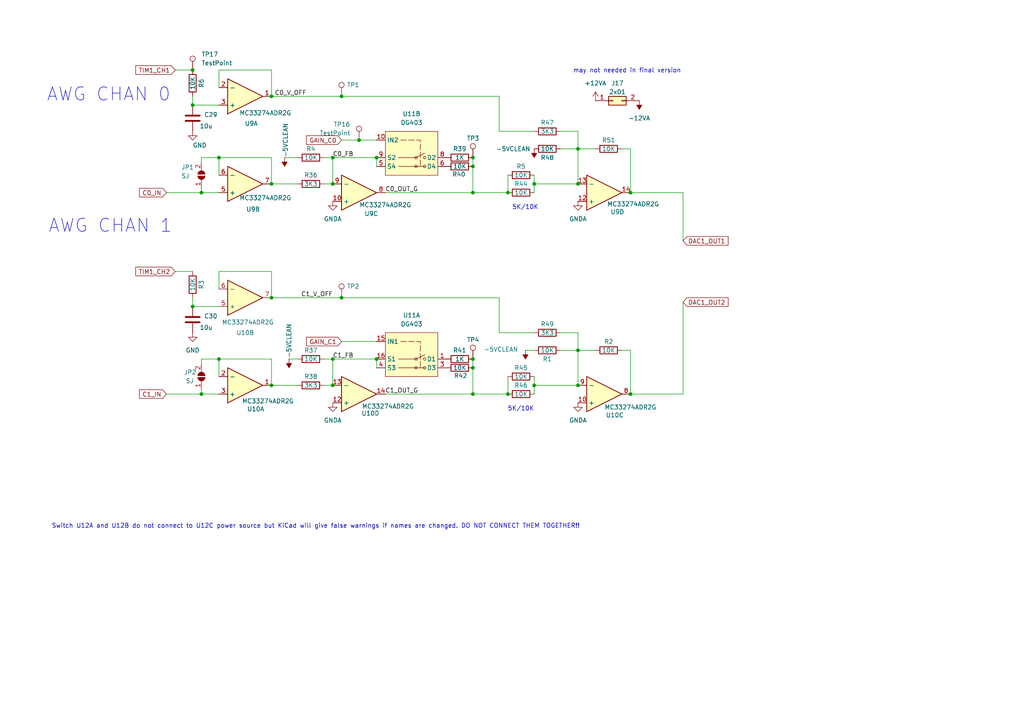
<source format=kicad_sch>
(kicad_sch (version 20250114) (generator "eeschema") (generator_version "9.0")
  (paper "A4")
  (lib_symbols
    (symbol "-5V_1" (power) (pin_numbers (hide yes)) (pin_names (offset 0) (hide yes))
      (property "Value" "-5V" (at 0 3.556 0))
      (symbol "-5V_1_0_0"
        (pin power_in line (at 0 0 90) (length 0) (name "~") (number "1"))
      )
      (symbol "-5V_1_0_1"
        (polyline (pts (xy 0 0) (xy 0 1.27) (xy 0.762 1.27) (xy 0 2.54) (xy -0.762 1.27) (xy 0 1.27)) (fill (type outline)))
      )
    )
    (symbol "-5V_2" (power) (pin_numbers (hide yes)) (pin_names (offset 0) (hide yes))
      (property "Value" "-5V" (at 0 3.556 0))
      (symbol "-5V_2_0_0"
        (pin power_in line (at 0 0 90) (length 0) (name "~") (number "1"))
      )
      (symbol "-5V_2_0_1"
        (polyline (pts (xy 0 0) (xy 0 1.27) (xy 0.762 1.27) (xy 0 2.54) (xy -0.762 1.27) (xy 0 1.27)) (fill (type outline)))
      )
    )
    (symbol "Connector:TestPoint" (pin_numbers (hide yes)) (pin_names (offset 0.762) (hide yes))
      (property "Reference" "TP" (at 0 6.858 0))
      (property "Value" "TestPoint" (at 0 5.08 0))
      (symbol "TestPoint_0_1"
        (circle (center 0 3.302) (radius 0.762))
      )
      (symbol "TestPoint_1_1"
        (pin passive line (at 0 0 90) (length 2.54) (name "1") (number "1"))
      )
    )
    (symbol "Connector_Generic:Conn_02x01" (pin_names (offset 1.016) (hide yes))
      (property "Reference" "J" (at 1.27 2.54 0))
      (property "Value" "Conn_02x01" (at 1.27 -2.54 0))
      (symbol "Conn_02x01_1_1"
        (rectangle (start -1.27 1.27) (end 3.81 -1.27) (stroke (width 0.254)) (fill (type background)))
        (rectangle (start -1.27 0.127) (end 0 -0.127) (stroke (width 0.1524)))
        (rectangle (start 3.81 0.127) (end 2.54 -0.127) (stroke (width 0.1524)))
        (pin passive line (at -5.08 0 0) (length 3.81) (name "Pin_1") (number "1"))
        (pin passive line (at 7.62 0 180) (length 3.81) (name "Pin_2") (number "2"))
      )
    )
    (symbol "Device:C" (pin_numbers (hide yes)) (pin_names (offset 0.254))
      (property "Reference" "C" (at 0.635 2.54 0))
      (property "Value" "C" (at 0.635 -2.54 0))
      (symbol "C_0_1"
        (polyline (pts (xy -2.032 0.762) (xy 2.032 0.762)) (stroke (width 0.508)))
        (polyline (pts (xy -2.032 -0.762) (xy 2.032 -0.762)) (stroke (width 0.508)))
      )
      (symbol "C_1_1"
        (pin passive line (at 0 3.81 270) (length 2.794) (name "~") (number "1"))
        (pin passive line (at 0 -3.81 90) (length 2.794) (name "~") (number "2"))
      )
    )
    (symbol "Device:Opamp_Quad"
      (property "Reference" "U" (at 0 5.08 0))
      (property "Value" "Opamp_Quad" (at 0 -5.08 0))
      (symbol "Opamp_Quad_1_1"
        (polyline (pts (xy -5.08 5.08) (xy 5.08 0) (xy -5.08 -5.08) (xy -5.08 5.08)) (stroke (width 0.254)) (fill (type background)))
        (pin input line (at -7.62 2.54 0) (length 2.54) (name "+") (number "3"))
        (pin input line (at -7.62 -2.54 0) (length 2.54) (name "-") (number "2"))
        (pin output line (at 7.62 0 180) (length 2.54) (name "~") (number "1"))
      )
      (symbol "Opamp_Quad_2_1"
        (polyline (pts (xy -5.08 5.08) (xy 5.08 0) (xy -5.08 -5.08) (xy -5.08 5.08)) (stroke (width 0.254)) (fill (type background)))
        (pin input line (at -7.62 2.54 0) (length 2.54) (name "+") (number "5"))
        (pin input line (at -7.62 -2.54 0) (length 2.54) (name "-") (number "6"))
        (pin output line (at 7.62 0 180) (length 2.54) (name "~") (number "7"))
      )
      (symbol "Opamp_Quad_3_1"
        (polyline (pts (xy -5.08 5.08) (xy 5.08 0) (xy -5.08 -5.08) (xy -5.08 5.08)) (stroke (width 0.254)) (fill (type background)))
        (pin input line (at -7.62 2.54 0) (length 2.54) (name "+") (number "10"))
        (pin input line (at -7.62 -2.54 0) (length 2.54) (name "-") (number "9"))
        (pin output line (at 7.62 0 180) (length 2.54) (name "~") (number "8"))
      )
      (symbol "Opamp_Quad_4_1"
        (polyline (pts (xy -5.08 5.08) (xy 5.08 0) (xy -5.08 -5.08) (xy -5.08 5.08)) (stroke (width 0.254)) (fill (type background)))
        (pin input line (at -7.62 2.54 0) (length 2.54) (name "+") (number "12"))
        (pin input line (at -7.62 -2.54 0) (length 2.54) (name "-") (number "13"))
        (pin output line (at 7.62 0 180) (length 2.54) (name "~") (number "14"))
      )
      (symbol "Opamp_Quad_5_1"
        (pin power_in line (at -2.54 7.62 270) (length 3.81) (name "V+") (number "4"))
        (pin power_in line (at -2.54 -7.62 90) (length 3.81) (name "V-") (number "11"))
      )
    )
    (symbol "Device:R" (pin_numbers (hide yes)) (pin_names (offset 0))
      (property "Reference" "R" (at 2.032 0 90))
      (property "Value" "R" (at 0 0 90))
      (symbol "R_0_1"
        (rectangle (start -1.016 -2.54) (end 1.016 2.54) (stroke (width 0.254)))
      )
      (symbol "R_1_1"
        (pin passive line (at 0 3.81 270) (length 1.27) (name "~") (number "1"))
        (pin passive line (at 0 -3.81 90) (length 1.27) (name "~") (number "2"))
      )
    )
    (symbol "Jumper:SolderJumper_2_Open" (pin_names (offset 0) (hide yes))
      (property "Reference" "JP" (at 0 2.032 0))
      (property "Value" "SolderJumper_2_Open" (at 0 -2.54 0))
      (symbol "SolderJumper_2_Open_0_1"
        (polyline (pts (xy -0.254 1.016) (xy -0.254 -1.016)))
        (arc (start -0.254 -1.016) (mid -1.2656 0) (end -0.254 1.016))
        (arc (start -0.254 -1.016) (mid -1.2656 0) (end -0.254 1.016) (fill (type outline)))
        (arc (start 0.254 1.016) (mid 1.2656 0) (end 0.254 -1.016))
        (arc (start 0.254 1.016) (mid 1.2656 0) (end 0.254 -1.016) (fill (type outline)))
        (polyline (pts (xy 0.254 1.016) (xy 0.254 -1.016)))
      )
      (symbol "SolderJumper_2_Open_1_1"
        (pin passive line (at -3.81 0 0) (length 2.54) (name "A") (number "1"))
        (pin passive line (at 3.81 0 180) (length 2.54) (name "B") (number "2"))
      )
    )
    (symbol "SolderJumper_2_Open_1" (pin_names (offset 0) (hide yes))
      (property "Reference" "JP" (at 0 2.032 0))
      (property "Value" "SolderJumper_2_Open" (at 0 -2.54 0))
      (symbol "SolderJumper_2_Open_1_0_1"
        (polyline (pts (xy -0.254 1.016) (xy -0.254 -1.016)))
        (arc (start -0.254 -1.016) (mid -1.2656 0) (end -0.254 1.016))
        (arc (start -0.254 -1.016) (mid -1.2656 0) (end -0.254 1.016) (fill (type outline)))
        (arc (start 0.254 1.016) (mid 1.2656 0) (end 0.254 -1.016))
        (arc (start 0.254 1.016) (mid 1.2656 0) (end 0.254 -1.016) (fill (type outline)))
        (polyline (pts (xy 0.254 1.016) (xy 0.254 -1.016)))
      )
      (symbol "SolderJumper_2_Open_1_1_1"
        (pin passive line (at -3.81 0 0) (length 2.54) (name "A") (number "1"))
        (pin passive line (at 3.81 0 180) (length 2.54) (name "B") (number "2"))
      )
    )
    (symbol "USBLabTool:DG403"
      (property "Reference" "U" (at -1.905 1.27 0))
      (property "Value" "DG403" (at -1.27 -0.635 0))
      (symbol "DG403_1_1"
        (rectangle (start -17.78 -2.54) (end -2.54 -15.24) (fill (type background)))
        (polyline (pts (xy -13.97 -10.16) (xy -8.89 -10.16)))
        (polyline (pts (xy -13.97 -12.7) (xy -8.89 -12.7)))
        (polyline (pts (xy -13.335 -5.08) (xy -7.62 -5.08) (xy -7.62 -12.7)) (stroke (width 0) (type dash)))
        (circle (center -8.89 -10.16) (radius 0.3592))
        (polyline (pts (xy -8.89 -10.16) (xy -6.35 -8.89)))
        (circle (center -8.89 -12.7) (radius 0.3592))
        (polyline (pts (xy -8.89 -12.7) (xy -6.35 -12.7)))
        (circle (center -6.35 -10.16) (radius 0.3592))
        (circle (center -6.35 -12.7) (radius 0.3592))
        (pin input line (at -20.32 -5.08 0) (length 2.54) (name "IN1") (number "15"))
        (pin input line (at -20.32 -10.16 0) (length 2.54) (name "S1") (number "16"))
        (pin input line (at -20.32 -12.7 0) (length 2.54) (name "S3") (number "4"))
        (pin input line (at 0 -10.16 180) (length 2.54) (name "D1") (number "1"))
        (pin input line (at 0 -12.7 180) (length 2.54) (name "D3") (number "3"))
      )
      (symbol "DG403_2_1"
        (rectangle (start -7.62 -2.54) (end 7.62 -15.24) (fill (type background)))
        (polyline (pts (xy -3.81 -10.16) (xy 1.27 -10.16)))
        (polyline (pts (xy -3.81 -12.7) (xy 1.27 -12.7)))
        (polyline (pts (xy -3.175 -5.08) (xy 2.54 -5.08) (xy 2.54 -12.7)) (stroke (width 0) (type dash)))
        (polyline (pts (xy 1.27 -10.16) (xy 3.81 -8.89)))
        (circle (center 1.27 -10.16) (radius 0.3592))
        (polyline (pts (xy 1.27 -12.7) (xy 3.81 -12.7)))
        (circle (center 1.27 -12.7) (radius 0.3592))
        (circle (center 3.81 -10.16) (radius 0.3592))
        (circle (center 3.81 -12.7) (radius 0.3592))
        (pin input line (at -10.16 -5.08 0) (length 2.54) (name "IN2") (number "10"))
        (pin input line (at -10.16 -10.16 0) (length 2.54) (name "S2") (number "9"))
        (pin input line (at -10.16 -12.7 0) (length 2.54) (name "S4") (number "5"))
        (pin input line (at 10.16 -10.16 180) (length 2.54) (name "D2") (number "8"))
        (pin input line (at 10.16 -12.7 180) (length 2.54) (name "D4") (number "6"))
      )
      (symbol "DG403_3_0"
        (pin no_connect line (at -10.16 -12.7 0) (length 2.54) (hide yes) (name "NC") (number "7"))
        (pin no_connect line (at 7.62 -12.7 180) (length 2.54) (hide yes) (name "NC") (number "2"))
      )
      (symbol "DG403_3_1"
        (rectangle (start -7.62 -7.62) (end 5.08 -17.78) (fill (type background)))
        (pin power_in line (at -5.08 -5.08 270) (length 2.54) (name "VL") (number "12"))
        (pin power_in line (at -5.08 -20.32 90) (length 2.54) (name "GND") (number "13"))
        (pin power_in line (at 2.54 -5.08 270) (length 2.54) (name "V+") (number "11"))
        (pin power_in line (at 2.54 -20.32 90) (length 2.54) (name "V-") (number "14"))
      )
    )
    (symbol "power:+12VA" (power) (pin_numbers (hide yes)) (pin_names (offset 0) (hide yes))
      (property "Value" "+12VA" (at 0 3.556 0))
      (symbol "+12VA_0_1"
        (polyline (pts (xy -0.762 1.27) (xy 0 2.54)))
        (polyline (pts (xy 0 2.54) (xy 0.762 1.27)))
        (polyline (pts (xy 0 0) (xy 0 2.54)))
      )
      (symbol "+12VA_1_1"
        (pin power_in line (at 0 0 90) (length 0) (name "~") (number "1"))
      )
    )
    (symbol "power:-12VA" (power) (pin_numbers (hide yes)) (pin_names (offset 0) (hide yes))
      (property "Value" "-12VA" (at 0 3.556 0))
      (symbol "-12VA_0_0"
        (pin power_in line (at 0 0 90) (length 0) (name "~") (number "1"))
      )
      (symbol "-12VA_0_1"
        (polyline (pts (xy 0 0) (xy 0 1.27) (xy 0.762 1.27) (xy 0 2.54) (xy -0.762 1.27) (xy 0 1.27)) (fill (type outline)))
      )
    )
    (symbol "power:-5V" (power) (pin_numbers (hide yes)) (pin_names (offset 0) (hide yes))
      (property "Value" "-5V" (at 0 3.556 0))
      (symbol "-5V_0_0"
        (pin power_in line (at 0 0 90) (length 0) (name "~") (number "1"))
      )
      (symbol "-5V_0_1"
        (polyline (pts (xy 0 0) (xy 0 1.27) (xy 0.762 1.27) (xy 0 2.54) (xy -0.762 1.27) (xy 0 1.27)) (fill (type outline)))
      )
    )
    (symbol "power:GND" (power) (pin_numbers (hide yes)) (pin_names (offset 0) (hide yes))
      (property "Value" "GND" (at 0 -3.81 0))
      (symbol "GND_0_1"
        (polyline (pts (xy 0 0) (xy 0 -1.27) (xy 1.27 -1.27) (xy 0 -2.54) (xy -1.27 -1.27) (xy 0 -1.27)))
      )
      (symbol "GND_1_1"
        (pin power_in line (at 0 0 270) (length 0) (name "~") (number "1"))
      )
    )
    (symbol "power:GNDA" (power) (pin_numbers (hide yes)) (pin_names (offset 0) (hide yes))
      (property "Value" "GNDA" (at 0 -3.81 0))
      (symbol "GNDA_0_1"
        (polyline (pts (xy 0 0) (xy 0 -1.27) (xy 1.27 -1.27) (xy 0 -2.54) (xy -1.27 -1.27) (xy 0 -1.27)))
      )
      (symbol "GNDA_1_1"
        (pin power_in line (at 0 0 270) (length 0) (name "~") (number "1"))
      )
    )
  )
  (text "AWG CHAN 0" (at 13.462 29.718 0) (effects (font (size 3.81 3.81)) (justify left bottom)))
  (text "AWG CHAN 1" (at 13.97 67.818 0) (effects (font (size 3.81 3.81)) (justify left bottom)))
  (text "5K/10K" (at 154.94 119.38 0) (effects (font (size 1.27 1.27)) (justify right bottom)))
  (text "Switch U12A and U12B do not connect to U12C power source but KiCad will give false warnings if names are changed. DO NOT CONNECT THEM TOGETHER!!" (at 14.986 152.654 0) (effects (font (size 1.27 1.27)) (justify left)))
  (text "5K/10K" (at 156.21 60.96 0) (effects (font (size 1.27 1.27)) (justify right bottom)))
  (text "may not needed in final version" (at 181.864 20.574 0) (effects (font (size 1.27 1.27))))
  (junction (at 137.16 55.88))
  (junction (at 167.64 101.6))
  (junction (at 137.16 104.14))
  (junction (at 63.5 45.72))
  (junction (at 167.64 111.76))
  (junction (at 96.52 111.76))
  (junction (at 63.5 104.14))
  (junction (at 154.94 53.34))
  (junction (at 78.74 53.34))
  (junction (at 55.88 30.48))
  (junction (at 137.16 114.3))
  (junction (at 137.16 48.26))
  (junction (at 78.74 86.36))
  (junction (at 137.16 106.68))
  (junction (at 55.88 88.9))
  (junction (at 58.42 114.3))
  (junction (at 99.06 86.36))
  (junction (at 109.22 45.72))
  (junction (at 96.52 104.14))
  (junction (at 104.14 40.64))
  (junction (at 58.42 55.88))
  (junction (at 99.06 27.94))
  (junction (at 96.52 45.72))
  (junction (at 109.22 104.14))
  (junction (at 167.64 53.34))
  (junction (at 182.88 114.3))
  (junction (at 78.74 111.76))
  (junction (at 55.88 20.32))
  (junction (at 167.64 43.18))
  (junction (at 137.16 45.72))
  (junction (at 182.88 55.88))
  (junction (at 147.32 55.88))
  (junction (at 78.74 27.94))
  (junction (at 96.52 53.34))
  (junction (at 147.32 114.3))
  (junction (at 154.94 111.76))
  (wire (pts (xy 180.34 101.6) (xy 182.88 101.6)))
  (wire (pts (xy 63.5 45.72) (xy 78.74 45.72)))
  (wire (pts (xy 137.16 55.88) (xy 147.32 55.88)))
  (wire (pts (xy 182.88 101.6) (xy 182.88 114.3)))
  (wire (pts (xy 48.26 114.3) (xy 58.42 114.3)))
  (wire (pts (xy 58.42 45.72) (xy 58.42 46.99)))
  (wire (pts (xy 167.64 101.6) (xy 172.72 101.6)))
  (wire (pts (xy 137.16 114.3) (xy 147.32 114.3)))
  (wire (pts (xy 78.74 104.14) (xy 78.74 111.76)))
  (wire (pts (xy 93.98 53.34) (xy 96.52 53.34)))
  (wire (pts (xy 154.94 50.8) (xy 154.94 53.34)))
  (wire (pts (xy 63.5 50.8) (xy 63.5 45.72)))
  (wire (pts (xy 182.88 43.18) (xy 182.88 55.88)))
  (wire (pts (xy 99.06 86.36) (xy 144.78 86.36)))
  (wire (pts (xy 111.76 55.88) (xy 137.16 55.88)))
  (wire (pts (xy 111.76 114.3) (xy 137.16 114.3)))
  (wire (pts (xy 96.52 104.14) (xy 96.52 111.76)))
  (wire (pts (xy 147.32 109.22) (xy 147.32 114.3)))
  (wire (pts (xy 50.8 20.32) (xy 55.88 20.32)))
  (wire (pts (xy 144.78 96.52) (xy 154.94 96.52)))
  (wire (pts (xy 162.56 96.52) (xy 167.64 96.52)))
  (wire (pts (xy 63.5 109.22) (xy 63.5 104.14)))
  (wire (pts (xy 58.42 55.88) (xy 63.5 55.88)))
  (wire (pts (xy 78.74 78.74) (xy 78.74 86.36)))
  (wire (pts (xy 63.5 25.4) (xy 63.5 20.32)))
  (wire (pts (xy 99.06 40.64) (xy 104.14 40.64)))
  (wire (pts (xy 137.16 45.72) (xy 137.16 48.26)))
  (wire (pts (xy 55.88 30.48) (xy 63.5 30.48)))
  (wire (pts (xy 82.55 45.72) (xy 86.36 45.72)))
  (wire (pts (xy 55.88 88.9) (xy 63.5 88.9)))
  (wire (pts (xy 63.5 83.82) (xy 63.5 78.74)))
  (wire (pts (xy 83.82 104.14) (xy 86.36 104.14)))
  (wire (pts (xy 78.74 27.94) (xy 99.06 27.94)))
  (wire (pts (xy 78.74 86.36) (xy 99.06 86.36)))
  (wire (pts (xy 99.06 99.06) (xy 109.22 99.06)))
  (wire (pts (xy 63.5 104.14) (xy 78.74 104.14)))
  (wire (pts (xy 162.56 38.1) (xy 167.64 38.1)))
  (wire (pts (xy 167.64 96.52) (xy 167.64 101.6)))
  (wire (pts (xy 167.64 38.1) (xy 167.64 43.18)))
  (wire (pts (xy 58.42 114.3) (xy 63.5 114.3)))
  (wire (pts (xy 167.64 43.18) (xy 167.64 53.34)))
  (wire (pts (xy 55.88 27.94) (xy 55.88 30.48)))
  (wire (pts (xy 182.88 55.88) (xy 198.12 55.88)))
  (wire (pts (xy 63.5 78.74) (xy 78.74 78.74)))
  (wire (pts (xy 58.42 54.61) (xy 58.42 55.88)))
  (wire (pts (xy 144.78 86.36) (xy 144.78 96.52)))
  (wire (pts (xy 63.5 20.32) (xy 78.74 20.32)))
  (wire (pts (xy 50.8 78.74) (xy 55.88 78.74)))
  (wire (pts (xy 96.52 45.72) (xy 96.52 53.34)))
  (wire (pts (xy 96.52 104.14) (xy 109.22 104.14)))
  (wire (pts (xy 137.16 104.14) (xy 137.16 106.68)))
  (wire (pts (xy 147.32 50.8) (xy 147.32 55.88)))
  (wire (pts (xy 58.42 104.14) (xy 63.5 104.14)))
  (wire (pts (xy 48.26 55.88) (xy 58.42 55.88)))
  (wire (pts (xy 78.74 45.72) (xy 78.74 53.34)))
  (wire (pts (xy 167.64 43.18) (xy 172.72 43.18)))
  (wire (pts (xy 104.14 40.64) (xy 109.22 40.64)))
  (wire (pts (xy 198.12 87.63) (xy 198.12 114.3)))
  (wire (pts (xy 96.52 45.72) (xy 109.22 45.72)))
  (wire (pts (xy 99.06 27.94) (xy 144.78 27.94)))
  (wire (pts (xy 78.74 111.76) (xy 86.36 111.76)))
  (wire (pts (xy 93.98 111.76) (xy 96.52 111.76)))
  (wire (pts (xy 154.94 109.22) (xy 154.94 111.76)))
  (wire (pts (xy 144.78 27.94) (xy 144.78 38.1)))
  (wire (pts (xy 93.98 45.72) (xy 96.52 45.72)))
  (wire (pts (xy 167.64 43.18) (xy 162.56 43.18)))
  (wire (pts (xy 78.74 20.32) (xy 78.74 27.94)))
  (wire (pts (xy 198.12 55.88) (xy 198.12 69.85)))
  (wire (pts (xy 167.64 111.76) (xy 154.94 111.76)))
  (wire (pts (xy 137.16 106.68) (xy 137.16 114.3)))
  (wire (pts (xy 167.64 101.6) (xy 162.56 101.6)))
  (wire (pts (xy 78.74 53.34) (xy 86.36 53.34)))
  (wire (pts (xy 58.42 104.14) (xy 58.42 105.41)))
  (wire (pts (xy 154.94 53.34) (xy 154.94 55.88)))
  (wire (pts (xy 144.78 38.1) (xy 154.94 38.1)))
  (wire (pts (xy 93.98 104.14) (xy 96.52 104.14)))
  (wire (pts (xy 154.94 111.76) (xy 154.94 114.3)))
  (wire (pts (xy 109.22 104.14) (xy 109.22 106.68)))
  (wire (pts (xy 109.22 45.72) (xy 109.22 48.26)))
  (wire (pts (xy 180.34 43.18) (xy 182.88 43.18)))
  (wire (pts (xy 58.42 45.72) (xy 63.5 45.72)))
  (wire (pts (xy 167.64 111.76) (xy 167.64 101.6)))
  (wire (pts (xy 58.42 113.03) (xy 58.42 114.3)))
  (wire (pts (xy 154.94 53.34) (xy 167.64 53.34)))
  (wire (pts (xy 137.16 48.26) (xy 137.16 55.88)))
  (wire (pts (xy 182.88 114.3) (xy 198.12 114.3)))
  (wire (pts (xy 55.88 86.36) (xy 55.88 88.9)))
  (wire (pts (xy 152.4 101.6) (xy 154.94 101.6)))
  (label "C0_OUT_G" (at 111.76 55.88 0))
  (label "C0_V_OFF" (at 88.9 27.94 180))
  (label "C1_V_OFF" (at 96.52 86.36 180))
  (label "C1_FB" (at 96.52 104.14 0))
  (label "C1_OUT_G" (at 111.76 114.3 0))
  (label "C0_FB" (at 96.52 45.72 0))
  (global_label "TIM1_CH1" (shape input) (at 50.8 20.32 180) (property "Intersheetrefs" "${INTERSHEET_REFS}" (effects (hide yes))))
  (global_label "DAC1_OUT1" (shape input) (at 198.12 69.85 0) (property "Intersheetrefs" "${INTERSHEET_REFS}" (effects (hide yes))))
  (global_label "C1_IN" (shape input) (at 48.26 114.3 180) (property "Intersheetrefs" "${INTERSHEET_REFS}" (effects (hide yes))))
  (global_label "DAC1_OUT2" (shape input) (at 198.12 87.63 0) (property "Intersheetrefs" "${INTERSHEET_REFS}" (effects (hide yes))))
  (global_label "GAIN_C1" (shape input) (at 99.06 99.06 180) (property "Intersheetrefs" "${INTERSHEET_REFS}" (effects (hide yes))))
  (global_label "TIM1_CH2" (shape input) (at 50.8 78.74 180) (property "Intersheetrefs" "${INTERSHEET_REFS}" (effects (hide yes))))
  (global_label "C0_IN" (shape input) (at 48.26 55.88 180) (property "Intersheetrefs" "${INTERSHEET_REFS}" (effects (hide yes))))
  (global_label "GAIN_C0" (shape input) (at 99.06 40.64 180) (property "Intersheetrefs" "${INTERSHEET_REFS}" (effects (hide yes))))
  (symbol (lib_id "Connector:TestPoint") (at 99.06 27.94 0) (unit 1) (in_bom no)
    (property "Reference" "TP1" (at 100.584 24.638 0) (effects (justify left)))
    (property "Value" "TestPoint" (effects (hide yes)))
    (property "Footprint" "TestPoint:TestPoint_Pad_D2.0mm" (effects (hide yes)))
  )
  (symbol (lib_id "Device:Opamp_Quad") (at 175.26 114.3 0) (mirror x) (unit 3)
    (property "Reference" "U10" (at 178.308 120.396 0))
    (property "Value" "MC33274ADR2G" (at 182.88 118.11 0))
    (property "Footprint" "Package_SO:SOIC-14_3.9x8.7mm_P1.27mm" (effects (hide yes)))
    (property "Description" "Quad operational amplifier" (effects (hide yes)))
    (property "Sim.Library" "${KICAD7_SYMBOL_DIR}/Simulation_SPICE.sp" (effects (hide yes)))
    (property "Sim.Name" "kicad_builtin_opamp_quad" (effects (hide yes)))
    (property "Sim.Device" "SUBCKT" (effects (hide yes)))
    (property "Sim.Pins" "1=out1 2=in1- 3=in1+ 4=vcc 5=in2+ 6=in2- 7=out2 8=out3 9=in3- 10=in3+ 11=vee 12=in4+ 13=in4- 14=out4" (effects (hide yes)))
  )
  (symbol (lib_name "SolderJumper_2_Open_1") (lib_id "Jumper:SolderJumper_2_Open") (at 58.42 109.22 90) (unit 1)
    (property "Reference" "JP2" (at 53.34 107.95 90) (effects (justify right)))
    (property "Value" "SJ" (at 53.848 110.49 90) (effects (justify right)))
    (property "Footprint" "Jumper:SolderJumper-2_P1.3mm_Open_RoundedPad1.0x1.5mm" (effects (hide yes)))
  )
  (symbol (lib_id "Jumper:SolderJumper_2_Open") (at 58.42 50.8 90) (unit 1)
    (property "Reference" "JP1" (at 52.578 48.514 90) (effects (justify right)))
    (property "Value" "SJ" (at 52.578 51.054 90) (effects (justify right)))
    (property "Footprint" "Jumper:SolderJumper-2_P1.3mm_Open_RoundedPad1.0x1.5mm" (effects (hide yes)))
  )
  (symbol (lib_name "-5V_2") (lib_id "power:-5V") (at 82.55 45.72 180) (unit 1)
    (property "Reference" "#PWR057" (effects (hide yes)))
    (property "Value" "-5VCLEAN" (at 82.804 40.64 90))
    (property "Description" "Power symbol creates a global label with name \"-5V\"" (effects (hide yes)))
  )
  (symbol (lib_id "Device:Opamp_Quad") (at 175.26 55.88 0) (mirror x) (unit 4)
    (property "Reference" "U9" (at 179.07 61.468 0))
    (property "Value" "MC33274ADR2G" (at 183.642 59.182 0))
    (property "Footprint" "Package_SO:SOIC-14_3.9x8.7mm_P1.27mm" (effects (hide yes)))
    (property "Description" "Quad operational amplifier" (effects (hide yes)))
    (property "Sim.Library" "${KICAD7_SYMBOL_DIR}/Simulation_SPICE.sp" (effects (hide yes)))
    (property "Sim.Name" "kicad_builtin_opamp_quad" (effects (hide yes)))
    (property "Sim.Device" "SUBCKT" (effects (hide yes)))
    (property "Sim.Pins" "1=out1 2=in1- 3=in1+ 4=vcc 5=in2+ 6=in2- 7=out2 8=out3 9=in3- 10=in3+ 11=vee 12=in4+ 13=in4- 14=out4" (effects (hide yes)))
  )
  (symbol (lib_id "Connector:TestPoint") (at 55.88 20.32 0) (unit 1)
    (property "Reference" "TP17" (at 58.42 15.7479 0) (effects (justify left)))
    (property "Value" "TestPoint" (at 58.42 18.2879 0) (effects (justify left)))
    (property "Footprint" "TestPoint:TestPoint_Pad_2.0x2.0mm" (effects (hide yes)))
    (property "Description" "test point" (effects (hide yes)))
  )
  (symbol (lib_id "Device:R") (at 176.53 43.18 90) (unit 1)
    (property "Reference" "R51" (at 176.53 40.64 90))
    (property "Value" "10K" (at 176.53 43.18 90))
    (property "Footprint" "Resistor_SMD:R_0603_1608Metric" (effects (hide yes)))
  )
  (symbol (lib_id "USBLabTool:DG403") (at 119.38 35.56 0) (unit 2)
    (property "Reference" "U11" (at 119.38 33.02 0))
    (property "Value" "DG403" (at 119.38 35.56 0))
    (property "Footprint" "Package_SO:TSSOP-16_4.4x5mm_P0.65mm" (effects (hide yes)))
  )
  (symbol (lib_id "Device:R") (at 90.17 111.76 90) (unit 1)
    (property "Reference" "R38" (at 90.17 109.22 90))
    (property "Value" "3K3" (at 90.17 111.76 90))
    (property "Footprint" "Resistor_SMD:R_0603_1608Metric" (effects (hide yes)))
  )
  (symbol (lib_id "Device:R") (at 90.17 104.14 90) (unit 1)
    (property "Reference" "R37" (at 90.17 101.6 90))
    (property "Value" "10K" (at 90.17 104.14 90))
    (property "Footprint" "Resistor_SMD:R_0603_1608Metric" (effects (hide yes)))
  )
  (symbol (lib_id "power:-12VA") (at 185.42 29.21 180) (unit 1)
    (property "Reference" "#PWR066" (effects (hide yes)))
    (property "Value" "-12VA" (at 185.42 34.29 0))
    (property "Description" "Power symbol creates a global label with name \"-12VA\"" (effects (hide yes)))
  )
  (symbol (lib_id "power:GNDA") (at 96.52 58.42 0) (unit 1)
    (property "Reference" "#PWR059" (effects (hide yes)))
    (property "Value" "GNDA" (at 96.52 63.5 0))
  )
  (symbol (lib_id "Device:R") (at 158.75 96.52 90) (unit 1)
    (property "Reference" "R49" (at 158.75 93.98 90))
    (property "Value" "3K3" (at 158.75 96.52 90))
    (property "Footprint" "Resistor_SMD:R_0603_1608Metric" (effects (hide yes)))
  )
  (symbol (lib_id "Device:Opamp_Quad") (at 104.14 114.3 0) (mirror x) (unit 4)
    (property "Reference" "U10" (at 107.442 119.888 0))
    (property "Value" "MC33274ADR2G" (at 112.522 117.856 0))
    (property "Footprint" "Package_SO:SOIC-14_3.9x8.7mm_P1.27mm" (effects (hide yes)))
    (property "Description" "Quad operational amplifier" (effects (hide yes)))
    (property "Sim.Library" "${KICAD7_SYMBOL_DIR}/Simulation_SPICE.sp" (effects (hide yes)))
    (property "Sim.Name" "kicad_builtin_opamp_quad" (effects (hide yes)))
    (property "Sim.Device" "SUBCKT" (effects (hide yes)))
    (property "Sim.Pins" "1=out1 2=in1- 3=in1+ 4=vcc 5=in2+ 6=in2- 7=out2 8=out3 9=in3- 10=in3+ 11=vee 12=in4+ 13=in4- 14=out4" (effects (hide yes)))
  )
  (symbol (lib_id "Device:R") (at 158.75 43.18 270) (unit 1)
    (property "Reference" "R48" (at 158.75 45.72 90))
    (property "Value" "10K" (at 158.75 43.18 90))
    (property "Footprint" "Resistor_SMD:R_0603_1608Metric" (effects (hide yes)))
  )
  (symbol (lib_id "Device:Opamp_Quad") (at 71.12 53.34 0) (mirror x) (unit 2)
    (property "Reference" "U9" (at 73.406 60.706 0))
    (property "Value" "MC33274ADR2G" (at 76.962 57.404 0))
    (property "Footprint" "Package_SO:SOIC-14_3.9x8.7mm_P1.27mm" (effects (hide yes)))
    (property "Description" "Quad operational amplifier" (effects (hide yes)))
    (property "Sim.Library" "${KICAD7_SYMBOL_DIR}/Simulation_SPICE.sp" (effects (hide yes)))
    (property "Sim.Name" "kicad_builtin_opamp_quad" (effects (hide yes)))
    (property "Sim.Device" "SUBCKT" (effects (hide yes)))
    (property "Sim.Pins" "1=out1 2=in1- 3=in1+ 4=vcc 5=in2+ 6=in2- 7=out2 8=out3 9=in3- 10=in3+ 11=vee 12=in4+ 13=in4- 14=out4" (effects (hide yes)))
  )
  (symbol (lib_id "Device:R") (at 158.75 38.1 90) (unit 1)
    (property "Reference" "R47" (at 158.75 35.56 90))
    (property "Value" "3K3" (at 158.75 38.1 90))
    (property "Footprint" "Resistor_SMD:R_0603_1608Metric" (effects (hide yes)))
    (property "BUY" "https://www.digikey.com/en/products/detail/yageo/RC0603FR-103K3L/13694210" (effects (hide yes)))
  )
  (symbol (lib_id "Device:R") (at 55.88 82.55 0) (unit 1)
    (property "Reference" "R3" (at 58.42 82.55 90))
    (property "Value" "10K" (at 55.88 82.55 90))
    (property "Footprint" "Resistor_SMD:R_0603_1608Metric" (effects (hide yes)))
  )
  (symbol (lib_id "power:-5V") (at 154.94 43.18 180) (unit 1)
    (property "Reference" "#PWR062" (effects (hide yes)))
    (property "Value" "-5VCLEAN" (at 148.844 43.18 0))
    (property "Description" "Power symbol creates a global label with name \"-5V\"" (effects (hide yes)))
  )
  (symbol (lib_id "Device:Opamp_Quad") (at 71.12 27.94 0) (mirror x) (unit 1)
    (property "Reference" "U9" (at 72.898 35.814 0))
    (property "Value" "MC33274ADR2G" (at 76.962 32.766 0))
    (property "Footprint" "Package_SO:SOIC-14_3.9x8.7mm_P1.27mm" (effects (hide yes)))
    (property "Description" "Quad operational amplifier" (effects (hide yes)))
    (property "Sim.Library" "${KICAD7_SYMBOL_DIR}/Simulation_SPICE.sp" (effects (hide yes)))
    (property "Sim.Name" "kicad_builtin_opamp_quad" (effects (hide yes)))
    (property "Sim.Device" "SUBCKT" (effects (hide yes)))
    (property "Sim.Pins" "1=out1 2=in1- 3=in1+ 4=vcc 5=in2+ 6=in2- 7=out2 8=out3 9=in3- 10=in3+ 11=vee 12=in4+ 13=in4- 14=out4" (effects (hide yes)))
  )
  (symbol (lib_id "Device:R") (at 133.35 48.26 90) (unit 1)
    (property "Reference" "R40" (at 133.096 50.546 90))
    (property "Value" "10K" (at 133.35 48.26 90))
    (property "Footprint" "Resistor_SMD:R_0603_1608Metric" (effects (hide yes)))
  )
  (symbol (lib_id "Connector:TestPoint") (at 104.14 40.64 0) (mirror y) (unit 1)
    (property "Reference" "TP16" (at 101.6 36.0679 0) (effects (justify left)))
    (property "Value" "TestPoint" (at 101.6 38.6079 0) (effects (justify left)))
    (property "Footprint" "TestPoint:TestPoint_Pad_2.0x2.0mm" (effects (hide yes)))
    (property "Description" "test point" (effects (hide yes)))
  )
  (symbol (lib_id "power:GNDA") (at 55.88 38.1 0) (unit 1)
    (property "Reference" "#PWR055" (effects (hide yes)))
    (property "Value" "GND" (at 55.88 42.164 0) (effects (justify left)))
  )
  (symbol (lib_id "Device:Opamp_Quad") (at 71.12 111.76 0) (mirror x) (unit 1)
    (property "Reference" "U10" (at 74.168 118.618 0))
    (property "Value" "MC33274ADR2G" (at 77.724 116.332 0))
    (property "Footprint" "Package_SO:SOIC-14_3.9x8.7mm_P1.27mm" (effects (hide yes)))
    (property "Description" "Quad operational amplifier" (effects (hide yes)))
    (property "Sim.Library" "${KICAD7_SYMBOL_DIR}/Simulation_SPICE.sp" (effects (hide yes)))
    (property "Sim.Name" "kicad_builtin_opamp_quad" (effects (hide yes)))
    (property "Sim.Device" "SUBCKT" (effects (hide yes)))
    (property "Sim.Pins" "1=out1 2=in1- 3=in1+ 4=vcc 5=in2+ 6=in2- 7=out2 8=out3 9=in3- 10=in3+ 11=vee 12=in4+ 13=in4- 14=out4" (effects (hide yes)))
  )
  (symbol (lib_id "Device:R") (at 55.88 24.13 0) (unit 1)
    (property "Reference" "R6" (at 58.42 24.13 90))
    (property "Value" "10K" (at 55.88 24.13 90))
    (property "Footprint" "Resistor_SMD:R_0603_1608Metric" (effects (hide yes)))
  )
  (symbol (lib_id "Device:Opamp_Quad") (at 71.12 86.36 0) (mirror x) (unit 2)
    (property "Reference" "U10" (at 71.12 96.52 0))
    (property "Value" "MC33274ADR2G" (at 71.882 93.472 0))
    (property "Footprint" "Package_SO:SOIC-14_3.9x8.7mm_P1.27mm" (effects (hide yes)))
    (property "Description" "Quad operational amplifier" (effects (hide yes)))
    (property "Sim.Library" "${KICAD7_SYMBOL_DIR}/Simulation_SPICE.sp" (effects (hide yes)))
    (property "Sim.Name" "kicad_builtin_opamp_quad" (effects (hide yes)))
    (property "Sim.Device" "SUBCKT" (effects (hide yes)))
    (property "Sim.Pins" "1=out1 2=in1- 3=in1+ 4=vcc 5=in2+ 6=in2- 7=out2 8=out3 9=in3- 10=in3+ 11=vee 12=in4+ 13=in4- 14=out4" (effects (hide yes)))
  )
  (symbol (lib_id "Device:R") (at 158.75 101.6 270) (unit 1)
    (property "Reference" "R1" (at 158.75 104.14 90))
    (property "Value" "10K" (at 158.75 101.6 90))
    (property "Footprint" "Resistor_SMD:R_0603_1608Metric" (effects (hide yes)))
  )
  (symbol (lib_id "Device:R") (at 151.13 55.88 90) (unit 1)
    (property "Reference" "R44" (at 151.13 53.34 90))
    (property "Value" "10K" (at 151.13 55.88 90))
    (property "Footprint" "Resistor_SMD:R_0603_1608Metric" (effects (hide yes)))
    (property "BUY" "asdasd asd asd" (effects (hide yes)))
  )
  (symbol (lib_id "Device:C") (at 55.88 34.29 0) (unit 1)
    (property "Reference" "C29" (at 59.182 33.274 0) (effects (justify left)))
    (property "Value" "10u" (at 57.912 36.576 0) (effects (justify left)))
    (property "Footprint" "Capacitor_SMD:C_0805_2012Metric_Pad1.18x1.45mm_HandSolder" (effects (hide yes)))
  )
  (symbol (lib_id "Device:R") (at 133.35 106.68 270) (mirror x) (unit 1)
    (property "Reference" "R42" (at 133.604 108.966 90))
    (property "Value" "10K" (at 133.35 106.68 90))
    (property "Footprint" "Resistor_SMD:R_0603_1608Metric" (effects (hide yes)))
  )
  (symbol (lib_id "power:GND") (at 55.88 96.52 0) (unit 1)
    (property "Reference" "#PWR056" (effects (hide yes)))
    (property "Value" "GND" (at 55.88 101.6 0))
    (property "Description" "Power symbol creates a global label with name \"GND\" , ground" (effects (hide yes)))
  )
  (symbol (lib_id "power:-5V") (at 83.82 104.14 180) (unit 1)
    (property "Reference" "#PWR058" (effects (hide yes)))
    (property "Value" "-5VCLEAN" (at 83.82 98.806 90))
    (property "Description" "Power symbol creates a global label with name \"-5V\"" (effects (hide yes)))
  )
  (symbol (lib_id "Connector:TestPoint") (at 137.16 45.72 0) (unit 1) (in_bom no)
    (property "Reference" "TP3" (at 135.382 40.132 0) (effects (justify left)))
    (property "Value" "TestPoint" (effects (hide yes)))
    (property "Footprint" "TestPoint:TestPoint_Pad_D2.0mm" (effects (hide yes)))
  )
  (symbol (lib_id "power:GNDA") (at 167.64 116.84 0) (unit 1)
    (property "Reference" "#PWR064" (effects (hide yes)))
    (property "Value" "GNDA" (at 167.64 121.92 0))
  )
  (symbol (lib_id "Device:R") (at 151.13 50.8 270) (mirror x) (unit 1)
    (property "Reference" "R5" (at 151.13 48.26 90))
    (property "Value" "10K" (at 151.13 50.8 90))
    (property "Footprint" "Resistor_SMD:R_0603_1608Metric" (effects (hide yes)))
    (property "BUY" "https://www.digikey.com/en/products/detail/stackpole-electronics-inc/RNCP0603FTD10K0/2240139" (effects (hide yes)))
  )
  (symbol (lib_id "Device:Opamp_Quad") (at 104.14 55.88 0) (mirror x) (unit 3)
    (property "Reference" "U9" (at 107.696 61.976 0))
    (property "Value" "MC33274ADR2G" (at 111.76 59.436 0))
    (property "Footprint" "Package_SO:SOIC-14_3.9x8.7mm_P1.27mm" (effects (hide yes)))
    (property "Description" "Quad operational amplifier" (effects (hide yes)))
    (property "Sim.Library" "${KICAD7_SYMBOL_DIR}/Simulation_SPICE.sp" (effects (hide yes)))
    (property "Sim.Name" "kicad_builtin_opamp_quad" (effects (hide yes)))
    (property "Sim.Device" "SUBCKT" (effects (hide yes)))
    (property "Sim.Pins" "1=out1 2=in1- 3=in1+ 4=vcc 5=in2+ 6=in2- 7=out2 8=out3 9=in3- 10=in3+ 11=vee 12=in4+ 13=in4- 14=out4" (effects (hide yes)))
  )
  (symbol (lib_id "Device:R") (at 133.35 104.14 90) (unit 1)
    (property "Reference" "R41" (at 133.35 101.6 90))
    (property "Value" "1K" (at 133.35 104.14 90))
    (property "Footprint" "Resistor_SMD:R_0603_1608Metric" (effects (hide yes)))
  )
  (symbol (lib_id "power:GNDA") (at 96.52 116.84 0) (unit 1)
    (property "Reference" "#PWR060" (effects (hide yes)))
    (property "Value" "GNDA" (at 96.52 121.92 0))
  )
  (symbol (lib_id "Device:R") (at 90.17 45.72 90) (unit 1)
    (property "Reference" "R4" (at 90.17 43.18 90))
    (property "Value" "10K" (at 90.17 45.72 90))
    (property "Footprint" "Resistor_SMD:R_0603_1608Metric" (effects (hide yes)))
  )
  (symbol (lib_id "Device:C") (at 55.88 92.71 0) (unit 1)
    (property "Reference" "C30" (at 59.182 91.694 0) (effects (justify left)))
    (property "Value" "10u" (at 57.912 94.996 0) (effects (justify left)))
    (property "Footprint" "Capacitor_SMD:C_0805_2012Metric_Pad1.18x1.45mm_HandSolder" (effects (hide yes)))
  )
  (symbol (lib_id "power:+12VA") (at 172.72 29.21 0) (unit 1)
    (property "Reference" "#PWR065" (effects (hide yes)))
    (property "Value" "+12VA" (at 172.72 24.13 0))
    (property "Description" "Power symbol creates a global label with name \"+12VA\"" (effects (hide yes)))
  )
  (symbol (lib_id "Device:R") (at 151.13 109.22 90) (unit 1)
    (property "Reference" "R45" (at 151.13 106.68 90))
    (property "Value" "10K" (at 151.13 109.22 90))
    (property "Footprint" "Resistor_SMD:R_0603_1608Metric" (effects (hide yes)))
  )
  (symbol (lib_id "Device:R") (at 133.35 45.72 90) (unit 1)
    (property "Reference" "R39" (at 133.35 43.18 90))
    (property "Value" "1K" (at 133.35 45.72 90))
    (property "Footprint" "Resistor_SMD:R_0603_1608Metric" (effects (hide yes)))
  )
  (symbol (lib_id "Device:R") (at 176.53 101.6 90) (unit 1)
    (property "Reference" "R2" (at 176.53 99.06 90))
    (property "Value" "10K" (at 176.53 101.6 90))
    (property "Footprint" "Resistor_SMD:R_0603_1608Metric" (effects (hide yes)))
  )
  (symbol (lib_id "Connector_Generic:Conn_02x01") (at 177.8 29.21 0) (unit 1)
    (property "Reference" "J17" (at 179.07 24.13 0))
    (property "Value" "2x01" (at 179.07 26.67 0))
    (property "Footprint" "Connector_PinHeader_2.54mm:PinHeader_2x01_P2.54mm_Vertical" (effects (hide yes)))
  )
  (symbol (lib_id "power:GNDA") (at 167.64 58.42 0) (unit 1)
    (property "Reference" "#PWR063" (effects (hide yes)))
    (property "Value" "GNDA" (at 167.64 63.5 0))
  )
  (symbol (lib_id "Connector:TestPoint") (at 137.16 104.14 0) (unit 1) (in_bom no)
    (property "Reference" "TP4" (at 135.382 98.552 0) (effects (justify left)))
    (property "Value" "TestPoint" (effects (hide yes)))
    (property "Footprint" "TestPoint:TestPoint_Pad_D2.0mm" (effects (hide yes)))
  )
  (symbol (lib_id "Connector:TestPoint") (at 99.06 86.36 0) (unit 1) (in_bom no)
    (property "Reference" "TP2" (at 100.584 83.058 0) (effects (justify left)))
    (property "Value" "TestPoint" (effects (hide yes)))
    (property "Footprint" "TestPoint:TestPoint_Pad_D2.0mm" (effects (hide yes)))
  )
  (symbol (lib_id "Device:R") (at 90.17 53.34 90) (unit 1)
    (property "Reference" "R36" (at 90.17 50.8 90))
    (property "Value" "3K3" (at 90.17 53.34 90))
    (property "Footprint" "Resistor_SMD:R_0603_1608Metric" (effects (hide yes)))
  )
  (symbol (lib_name "-5V_1") (lib_id "power:-5V") (at 152.4 101.6 180) (unit 1)
    (property "Reference" "#PWR061" (effects (hide yes)))
    (property "Value" "-5VCLEAN" (at 145.288 101.346 0))
    (property "Description" "Power symbol creates a global label with name \"-5V\"" (effects (hide yes)))
  )
  (symbol (lib_id "Device:R") (at 151.13 114.3 90) (unit 1)
    (property "Reference" "R46" (at 151.13 111.76 90))
    (property "Value" "10K" (at 151.13 114.3 90))
    (property "Footprint" "Resistor_SMD:R_0603_1608Metric" (effects (hide yes)))
  )
  (symbol (lib_id "USBLabTool:DG403") (at 129.54 93.98 0) (unit 1)
    (property "Reference" "U11" (at 119.38 91.44 0))
    (property "Value" "DG403" (at 119.38 93.98 0))
    (property "Footprint" "Package_SO:TSSOP-16_4.4x5mm_P0.65mm" (effects (hide yes)))
  )
)
</source>
